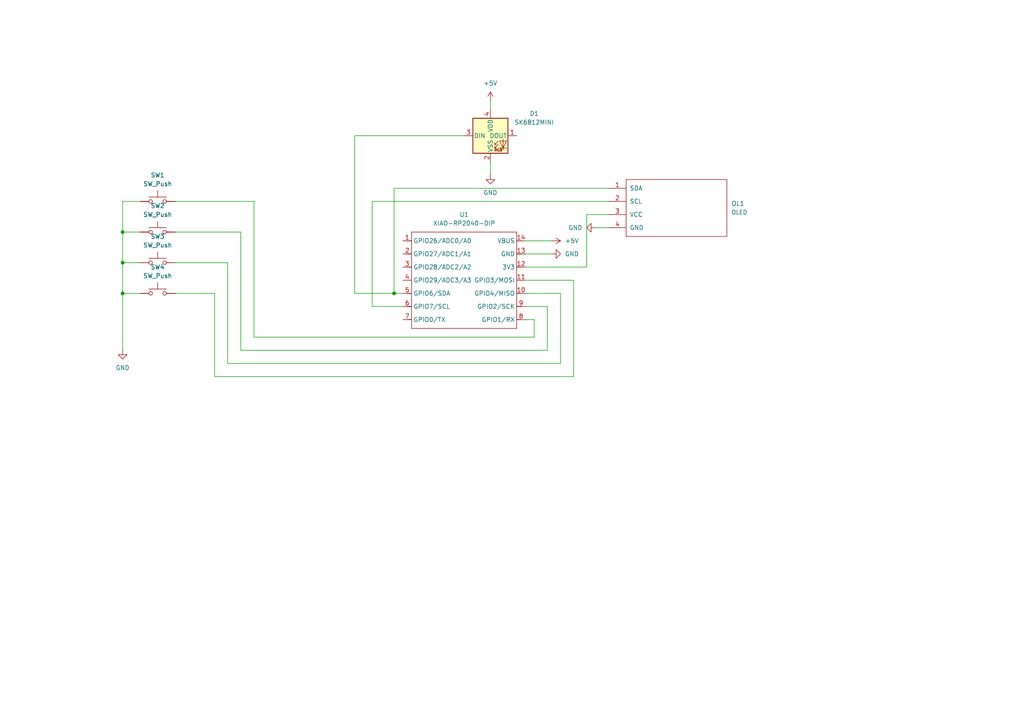
<source format=kicad_sch>
(kicad_sch (version 20250114) (generator "eeschema") (generator_version "9.0")
  (paper "A4")
  (lib_symbols
    (symbol "LED:SK6812MINI" (pin_names (offset 0.254))
      (property "Reference" "D" (at 5.08 5.715 0))
      (property "Value" "SK6812MINI" (at 1.27 -5.715 0))
      (symbol "SK6812MINI_0_0"
        (text "RGB" (at 2.286 -4.191 0) (effects (font (size 0.762 0.762))))
      )
      (symbol "SK6812MINI_0_1"
        (polyline (pts (xy 1.27 -2.54) (xy 1.778 -2.54)))
        (polyline (pts (xy 1.27 -3.556) (xy 1.778 -3.556)))
        (polyline (pts (xy 2.286 -1.524) (xy 1.27 -2.54) (xy 1.27 -2.032)))
        (polyline (pts (xy 2.286 -2.54) (xy 1.27 -3.556) (xy 1.27 -3.048)))
        (polyline (pts (xy 3.683 -1.016) (xy 3.683 -3.556) (xy 3.683 -4.064)))
        (polyline (pts (xy 4.699 -1.524) (xy 2.667 -1.524) (xy 3.683 -3.556) (xy 4.699 -1.524)))
        (polyline (pts (xy 4.699 -3.556) (xy 2.667 -3.556)))
        (rectangle (start 5.08 5.08) (end -5.08 -5.08) (stroke (width 0.254)) (fill (type background)))
      )
      (symbol "SK6812MINI_1_1"
        (pin input line (at -7.62 0 0) (length 2.54) (name "DIN") (number "3"))
        (pin power_in line (at 0 7.62 270) (length 2.54) (name "VDD") (number "4"))
        (pin power_in line (at 0 -7.62 90) (length 2.54) (name "VSS") (number "2"))
        (pin output line (at 7.62 0 180) (length 2.54) (name "DOUT") (number "1"))
      )
    )
    (symbol "OPL:XIAO-RP2040-DIP"
      (property "Reference" "U" (at 0 0 0))
      (property "Value" "XIAO-RP2040-DIP" (at 5.334 -1.778 0))
      (symbol "XIAO-RP2040-DIP_1_0"
        (polyline (pts (xy -1.27 -2.54) (xy 29.21 -2.54)) (stroke (width 0.1524)))
        (polyline (pts (xy -1.27 -5.08) (xy -2.54 -5.08)) (stroke (width 0.1524)))
        (polyline (pts (xy -1.27 -5.08) (xy -1.27 -2.54)) (stroke (width 0.1524)))
        (polyline (pts (xy -1.27 -8.89) (xy -2.54 -8.89)) (stroke (width 0.1524)))
        (polyline (pts (xy -1.27 -8.89) (xy -1.27 -5.08)) (stroke (width 0.1524)))
        (polyline (pts (xy -1.27 -12.7) (xy -2.54 -12.7)) (stroke (width 0.1524)))
        (polyline (pts (xy -1.27 -12.7) (xy -1.27 -8.89)) (stroke (width 0.1524)))
        (polyline (pts (xy -1.27 -16.51) (xy -2.54 -16.51)) (stroke (width 0.1524)))
        (polyline (pts (xy -1.27 -16.51) (xy -1.27 -12.7)) (stroke (width 0.1524)))
        (polyline (pts (xy -1.27 -20.32) (xy -2.54 -20.32)) (stroke (width 0.1524)))
        (polyline (pts (xy -1.27 -24.13) (xy -2.54 -24.13)) (stroke (width 0.1524)))
        (polyline (pts (xy -1.27 -27.94) (xy -2.54 -27.94)) (stroke (width 0.1524)))
        (polyline (pts (xy -1.27 -30.48) (xy -1.27 -16.51)) (stroke (width 0.1524)))
        (polyline (pts (xy 29.21 -2.54) (xy 29.21 -5.08)) (stroke (width 0.1524)))
        (polyline (pts (xy 29.21 -5.08) (xy 29.21 -8.89)) (stroke (width 0.1524)))
        (polyline (pts (xy 29.21 -8.89) (xy 29.21 -12.7)) (stroke (width 0.1524)))
        (polyline (pts (xy 29.21 -12.7) (xy 29.21 -30.48)) (stroke (width 0.1524)))
        (polyline (pts (xy 29.21 -30.48) (xy -1.27 -30.48)) (stroke (width 0.1524)))
        (polyline (pts (xy 30.48 -5.08) (xy 29.21 -5.08)) (stroke (width 0.1524)))
        (polyline (pts (xy 30.48 -8.89) (xy 29.21 -8.89)) (stroke (width 0.1524)))
        (polyline (pts (xy 30.48 -12.7) (xy 29.21 -12.7)) (stroke (width 0.1524)))
        (polyline (pts (xy 30.48 -16.51) (xy 29.21 -16.51)) (stroke (width 0.1524)))
        (polyline (pts (xy 30.48 -20.32) (xy 29.21 -20.32)) (stroke (width 0.1524)))
        (polyline (pts (xy 30.48 -24.13) (xy 29.21 -24.13)) (stroke (width 0.1524)))
        (polyline (pts (xy 30.48 -27.94) (xy 29.21 -27.94)) (stroke (width 0.1524)))
        (pin passive line (at -3.81 -5.08 0) (length 2.54) (name "GPIO26/ADC0/A0") (number "1"))
        (pin passive line (at -3.81 -8.89 0) (length 2.54) (name "GPIO27/ADC1/A1") (number "2"))
        (pin passive line (at -3.81 -12.7 0) (length 2.54) (name "GPIO28/ADC2/A2") (number "3"))
        (pin passive line (at -3.81 -16.51 0) (length 2.54) (name "GPIO29/ADC3/A3") (number "4"))
        (pin passive line (at -3.81 -20.32 0) (length 2.54) (name "GPIO6/SDA") (number "5"))
        (pin passive line (at -3.81 -24.13 0) (length 2.54) (name "GPIO7/SCL") (number "6"))
        (pin passive line (at -3.81 -27.94 0) (length 2.54) (name "GPIO0/TX") (number "7"))
        (pin passive line (at 31.75 -5.08 180) (length 2.54) (name "VBUS") (number "14"))
        (pin passive line (at 31.75 -8.89 180) (length 2.54) (name "GND") (number "13"))
        (pin passive line (at 31.75 -12.7 180) (length 2.54) (name "3V3") (number "12"))
        (pin passive line (at 31.75 -16.51 180) (length 2.54) (name "GPIO3/MOSI") (number "11"))
        (pin passive line (at 31.75 -20.32 180) (length 2.54) (name "GPIO4/MISO") (number "10"))
        (pin passive line (at 31.75 -24.13 180) (length 2.54) (name "GPIO2/SCK") (number "9"))
        (pin passive line (at 31.75 -27.94 180) (length 2.54) (name "GPIO1/RX") (number "8"))
      )
    )
    (symbol "Switch:SW_Push" (pin_numbers (hide yes)) (pin_names (offset 1.016) (hide yes))
      (property "Reference" "SW" (at 1.27 2.54 0))
      (property "Value" "SW_Push" (at 0 -1.524 0))
      (symbol "SW_Push_0_1"
        (circle (center -2.032 0) (radius 0.508))
        (polyline (pts (xy 0 1.27) (xy 0 3.048)))
        (circle (center 2.032 0) (radius 0.508))
        (polyline (pts (xy 2.54 1.27) (xy -2.54 1.27)))
        (pin passive line (at -5.08 0 0) (length 2.54) (name "1") (number "1"))
        (pin passive line (at 5.08 0 180) (length 2.54) (name "2") (number "2"))
      )
    )
    (symbol "kbd:OLED" (pin_names (offset 1.016))
      (property "Reference" "OL" (at 0 2.54 0))
      (property "Value" "OLED" (at 0 -1.27 0))
      (symbol "OLED_0_1"
        (rectangle (start -13.97 8.89) (end 15.24 -7.62))
      )
      (symbol "OLED_1_1"
        (pin bidirectional line (at -19.05 6.35 0) (length 5.08) (name "SDA") (number "1"))
        (pin bidirectional line (at -19.05 2.54 0) (length 5.08) (name "SCL") (number "2"))
        (pin power_in line (at -19.05 -1.27 0) (length 5.08) (name "VCC") (number "3"))
        (pin power_in line (at -19.05 -5.08 0) (length 5.08) (name "GND") (number "4"))
      )
    )
    (symbol "power:+5V" (power) (pin_numbers (hide yes)) (pin_names (offset 0) (hide yes))
      (property "Value" "+5V" (at 0 3.556 0))
      (symbol "+5V_0_1"
        (polyline (pts (xy -0.762 1.27) (xy 0 2.54)))
        (polyline (pts (xy 0 2.54) (xy 0.762 1.27)))
        (polyline (pts (xy 0 0) (xy 0 2.54)))
      )
      (symbol "+5V_1_1"
        (pin power_in line (at 0 0 90) (length 0) (name "~") (number "1"))
      )
    )
    (symbol "power:GND" (power) (pin_numbers (hide yes)) (pin_names (offset 0) (hide yes))
      (property "Value" "GND" (at 0 -3.81 0))
      (symbol "GND_0_1"
        (polyline (pts (xy 0 0) (xy 0 -1.27) (xy 1.27 -1.27) (xy 0 -2.54) (xy -1.27 -1.27) (xy 0 -1.27)))
      )
      (symbol "GND_1_1"
        (pin power_in line (at 0 0 270) (length 0) (name "~") (number "1"))
      )
    )
  )
  (junction (at 35.56 76.2))
  (junction (at 35.56 67.31))
  (junction (at 35.56 85.09))
  (junction (at 114.3 85.09))
  (wire (pts (xy 35.56 85.09) (xy 35.56 76.2)))
  (wire (pts (xy 35.56 67.31) (xy 35.56 58.42)))
  (wire (pts (xy 66.04 76.2) (xy 50.8 76.2)))
  (wire (pts (xy 170.18 77.47) (xy 152.4 77.47)))
  (wire (pts (xy 152.4 85.09) (xy 162.56 85.09)))
  (wire (pts (xy 176.53 62.23) (xy 170.18 62.23)))
  (wire (pts (xy 73.66 58.42) (xy 73.66 97.79)))
  (wire (pts (xy 107.95 58.42) (xy 107.95 88.9)))
  (wire (pts (xy 114.3 54.61) (xy 114.3 85.09)))
  (wire (pts (xy 50.8 85.09) (xy 62.23 85.09)))
  (wire (pts (xy 154.94 97.79) (xy 154.94 92.71)))
  (wire (pts (xy 50.8 58.42) (xy 73.66 58.42)))
  (wire (pts (xy 62.23 109.22) (xy 166.37 109.22)))
  (wire (pts (xy 35.56 76.2) (xy 40.64 76.2)))
  (wire (pts (xy 73.66 97.79) (xy 154.94 97.79)))
  (wire (pts (xy 62.23 85.09) (xy 62.23 109.22)))
  (wire (pts (xy 134.62 39.37) (xy 102.87 39.37)))
  (wire (pts (xy 176.53 54.61) (xy 114.3 54.61)))
  (wire (pts (xy 35.56 85.09) (xy 40.64 85.09)))
  (wire (pts (xy 102.87 85.09) (xy 114.3 85.09)))
  (wire (pts (xy 35.56 67.31) (xy 40.64 67.31)))
  (wire (pts (xy 158.75 101.6) (xy 69.85 101.6)))
  (wire (pts (xy 162.56 105.41) (xy 66.04 105.41)))
  (wire (pts (xy 107.95 88.9) (xy 116.84 88.9)))
  (wire (pts (xy 142.24 46.99) (xy 142.24 50.8)))
  (wire (pts (xy 66.04 105.41) (xy 66.04 76.2)))
  (wire (pts (xy 152.4 92.71) (xy 154.94 92.71)))
  (wire (pts (xy 69.85 67.31) (xy 50.8 67.31)))
  (wire (pts (xy 172.72 66.04) (xy 176.53 66.04)))
  (wire (pts (xy 160.02 69.85) (xy 152.4 69.85)))
  (wire (pts (xy 166.37 81.28) (xy 152.4 81.28)))
  (wire (pts (xy 162.56 85.09) (xy 162.56 105.41)))
  (wire (pts (xy 142.24 29.21) (xy 142.24 31.75)))
  (wire (pts (xy 152.4 73.66) (xy 160.02 73.66)))
  (wire (pts (xy 102.87 39.37) (xy 102.87 85.09)))
  (wire (pts (xy 35.56 101.6) (xy 35.56 85.09)))
  (wire (pts (xy 152.4 88.9) (xy 158.75 88.9)))
  (wire (pts (xy 35.56 58.42) (xy 40.64 58.42)))
  (wire (pts (xy 35.56 76.2) (xy 35.56 67.31)))
  (wire (pts (xy 170.18 62.23) (xy 170.18 77.47)))
  (wire (pts (xy 114.3 85.09) (xy 116.84 85.09)))
  (wire (pts (xy 158.75 88.9) (xy 158.75 101.6)))
  (wire (pts (xy 69.85 101.6) (xy 69.85 67.31)))
  (wire (pts (xy 166.37 109.22) (xy 166.37 81.28)))
  (wire (pts (xy 176.53 58.42) (xy 107.95 58.42)))
  (symbol (lib_id "LED:SK6812MINI") (at 142.24 39.37 0) (unit 1)
    (property "Reference" "D1" (at 154.94 32.9498 0))
    (property "Value" "SK6812MINI" (at 154.94 35.4898 0))
    (property "Footprint" "LED_SMD:LED_SK6812MINI_PLCC4_3.5x3.5mm_P1.75mm" (effects (hide yes)))
    (property "Datasheet" "https://cdn-shop.adafruit.com/product-files/2686/SK6812MINI_REV.01-1-2.pdf" (effects (hide yes)))
    (property "Description" "RGB LED with integrated controller" (effects (hide yes)))
  )
  (symbol (lib_id "Switch:SW_Push") (at 45.72 76.2 0) (unit 1)
    (property "Reference" "SW3" (at 45.72 68.58 0))
    (property "Value" "SW_Push" (at 45.72 71.12 0))
    (property "Footprint" "Button_Switch_Keyboard:SW_Cherry_MX_1.00u_PCB" (effects (hide yes)))
    (property "Description" "Push button switch, generic, two pins" (effects (hide yes)))
  )
  (symbol (lib_id "power:+5V") (at 142.24 29.21 0) (unit 1)
    (property "Reference" "#PWR04" (effects (hide yes)))
    (property "Value" "+5V" (at 142.24 24.13 0))
    (property "Description" "Power symbol creates a global label with name \"+5V\"" (effects (hide yes)))
  )
  (symbol (lib_id "Switch:SW_Push") (at 45.72 58.42 0) (unit 1)
    (property "Reference" "SW1" (at 45.72 50.8 0))
    (property "Value" "SW_Push" (at 45.72 53.34 0))
    (property "Footprint" "Button_Switch_Keyboard:SW_Cherry_MX_1.00u_PCB" (effects (hide yes)))
    (property "Description" "Push button switch, generic, two pins" (effects (hide yes)))
  )
  (symbol (lib_id "power:GND") (at 35.56 101.6 0) (unit 1)
    (property "Reference" "#PWR01" (effects (hide yes)))
    (property "Value" "GND" (at 35.56 106.68 0))
    (property "Description" "Power symbol creates a global label with name \"GND\" , ground" (effects (hide yes)))
  )
  (symbol (lib_id "OPL:XIAO-RP2040-DIP") (at 120.65 64.77 0) (unit 1)
    (property "Reference" "U1" (at 134.62 62.23 0))
    (property "Value" "XIAO-RP2040-DIP" (at 134.62 64.77 0))
    (property "Footprint" "OPL:XIAO-RP2040-DIP" (effects (hide yes)))
  )
  (symbol (lib_id "power:GND") (at 142.24 50.8 0) (unit 1)
    (property "Reference" "#PWR05" (effects (hide yes)))
    (property "Value" "GND" (at 142.24 55.88 0))
    (property "Description" "Power symbol creates a global label with name \"GND\" , ground" (effects (hide yes)))
  )
  (symbol (lib_id "power:GND") (at 172.72 66.04 270) (unit 1)
    (property "Reference" "#PWR06" (effects (hide yes)))
    (property "Value" "GND" (at 168.91 66.0399 90) (effects (justify right)))
    (property "Description" "Power symbol creates a global label with name \"GND\" , ground" (effects (hide yes)))
  )
  (symbol (lib_id "power:GND") (at 160.02 73.66 90) (unit 1)
    (property "Reference" "#PWR02" (effects (hide yes)))
    (property "Value" "GND" (at 163.83 73.6599 90) (effects (justify right)))
    (property "Description" "Power symbol creates a global label with name \"GND\" , ground" (effects (hide yes)))
  )
  (symbol (lib_id "kbd:OLED") (at 195.58 60.96 0) (unit 1)
    (property "Reference" "OL1" (at 212.09 59.055 0) (effects (font (size 1.2954 1.2954)) (justify left)))
    (property "Value" "OLED" (at 212.09 61.595 0) (effects (font (size 1.1938 1.1938)) (justify left)))
    (property "Footprint" "oled:SSD1306-0.91-OLED-4pin-128x32" (effects (hide yes)))
  )
  (symbol (lib_id "Switch:SW_Push") (at 45.72 85.09 0) (unit 1)
    (property "Reference" "SW4" (at 45.72 77.47 0))
    (property "Value" "SW_Push" (at 45.72 80.01 0))
    (property "Footprint" "Button_Switch_Keyboard:SW_Cherry_MX_1.00u_PCB" (effects (hide yes)))
    (property "Description" "Push button switch, generic, two pins" (effects (hide yes)))
  )
  (symbol (lib_id "Switch:SW_Push") (at 45.72 67.31 0) (unit 1)
    (property "Reference" "SW2" (at 45.72 59.69 0))
    (property "Value" "SW_Push" (at 45.72 62.23 0))
    (property "Footprint" "Button_Switch_Keyboard:SW_Cherry_MX_1.00u_PCB" (effects (hide yes)))
    (property "Description" "Push button switch, generic, two pins" (effects (hide yes)))
  )
  (symbol (lib_id "power:+5V") (at 160.02 69.85 270) (unit 1)
    (property "Reference" "#PWR03" (effects (hide yes)))
    (property "Value" "+5V" (at 163.83 69.8499 90) (effects (justify left)))
    (property "Description" "Power symbol creates a global label with name \"+5V\"" (effects (hide yes)))
  )
)
</source>
